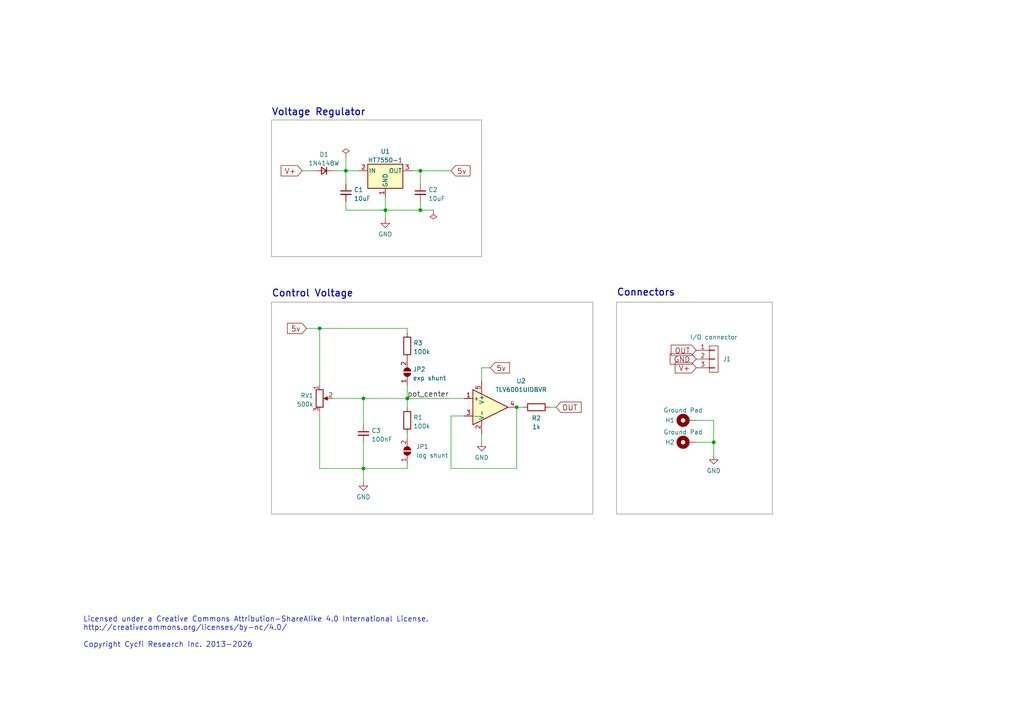
<source format=kicad_sch>
(kicad_sch (version 20250114) (generator "eeschema") (generator_version "9.0")
  (paper "A4")
  (title_block (title "CV Pot Big") (date "2026-02-15") (rev "v3.1") (company "Document Number: 2022005"))
  (lib_symbols
    (symbol "Device:C_Small" (pin_numbers (hide yes)) (pin_names (offset 0.254) (hide yes))
      (property "Reference" "C" (at 0.254 1.778 0))
      (property "Value" "C_Small" (at 0.254 -2.032 0))
      (symbol "C_Small_0_1"
        (polyline (pts (xy -1.524 0.508) (xy 1.524 0.508)) (stroke (width 0.3048)))
        (polyline (pts (xy -1.524 -0.508) (xy 1.524 -0.508)) (stroke (width 0.3302)))
      )
      (symbol "C_Small_1_1"
        (pin passive line (at 0 2.54 270) (length 2.032) (name "~") (number "1"))
        (pin passive line (at 0 -2.54 90) (length 2.032) (name "~") (number "2"))
      )
    )
    (symbol "Device:D_Small" (pin_numbers (hide yes)) (pin_names (offset 0.254) (hide yes))
      (property "Reference" "D" (at -1.27 2.032 0))
      (property "Value" "D_Small" (at -3.81 -2.032 0))
      (symbol "D_Small_0_1"
        (polyline (pts (xy -0.762 0) (xy 0.762 0)))
        (polyline (pts (xy -0.762 -1.016) (xy -0.762 1.016)) (stroke (width 0.254)))
        (polyline (pts (xy 0.762 -1.016) (xy -0.762 0) (xy 0.762 1.016) (xy 0.762 -1.016)) (stroke (width 0.254)))
      )
      (symbol "D_Small_1_1"
        (pin passive line (at -2.54 0 0) (length 1.778) (name "K") (number "1"))
        (pin passive line (at 2.54 0 180) (length 1.778) (name "A") (number "2"))
      )
    )
    (symbol "Device:R" (pin_numbers (hide yes)) (pin_names (offset 0))
      (property "Reference" "R" (at 2.032 0 90))
      (property "Value" "R" (at 0 0 90))
      (symbol "R_0_1"
        (rectangle (start -1.016 -2.54) (end 1.016 2.54) (stroke (width 0.254)))
      )
      (symbol "R_1_1"
        (pin passive line (at 0 3.81 270) (length 1.27) (name "~") (number "1"))
        (pin passive line (at 0 -3.81 90) (length 1.27) (name "~") (number "2"))
      )
    )
    (symbol "Device:R_Potentiometer" (pin_names (offset 1.016) (hide yes))
      (property "Reference" "RV" (at -4.445 0 90))
      (property "Value" "R_Potentiometer" (at -2.54 0 90))
      (symbol "R_Potentiometer_0_1"
        (rectangle (start 1.016 2.54) (end -1.016 -2.54) (stroke (width 0.254)))
        (polyline (pts (xy 1.143 0) (xy 2.286 0.508) (xy 2.286 -0.508) (xy 1.143 0)) (fill (type outline)))
        (polyline (pts (xy 2.54 0) (xy 1.524 0)))
      )
      (symbol "R_Potentiometer_1_1"
        (pin passive line (at 0 3.81 270) (length 1.27) (name "1") (number "1"))
        (pin passive line (at 0 -3.81 90) (length 1.27) (name "3") (number "3"))
        (pin passive line (at 3.81 0 180) (length 1.27) (name "2") (number "2"))
      )
    )
    (symbol "Jumper:SolderJumper_2_Open" (pin_names (offset 0) (hide yes))
      (property "Reference" "JP" (at 0 2.032 0))
      (property "Value" "SolderJumper_2_Open" (at 0 -2.54 0))
      (symbol "SolderJumper_2_Open_0_1"
        (polyline (pts (xy -0.254 1.016) (xy -0.254 -1.016)))
        (arc (start -0.254 -1.016) (mid -1.2655 0) (end -0.254 1.016))
        (arc (start -0.254 -1.016) (mid -1.2655 0) (end -0.254 1.016) (fill (type outline)))
        (arc (start 0.254 1.016) (mid 1.2655 0) (end 0.254 -1.016))
        (arc (start 0.254 1.016) (mid 1.2655 0) (end 0.254 -1.016) (fill (type outline)))
        (polyline (pts (xy 0.254 1.016) (xy 0.254 -1.016)))
      )
      (symbol "SolderJumper_2_Open_1_1"
        (pin passive line (at -3.81 0 0) (length 2.54) (name "A") (number "1"))
        (pin passive line (at 3.81 0 180) (length 2.54) (name "B") (number "2"))
      )
    )
    (symbol "Mechanical:MountingHole_Pad" (pin_numbers (hide yes)) (pin_names (offset 1.016) (hide yes))
      (property "Reference" "H" (at 0 6.35 0))
      (property "Value" "MountingHole_Pad" (at 0 4.445 0))
      (symbol "MountingHole_Pad_0_1"
        (circle (center 0 1.27) (radius 1.27) (stroke (width 1.27)))
      )
      (symbol "MountingHole_Pad_1_1"
        (pin input line (at 0 -2.54 90) (length 2.54) (name "1") (number "1"))
      )
    )
    (symbol "cycfi_library:conn_1x3" (pin_names (offset 1.016) (hide yes))
      (property "Reference" "J" (at 0 5.08 0))
      (property "Value" "conn_1x3" (at 2.54 0 90))
      (symbol "conn_1x3_0_1"
        (rectangle (start -1.27 3.81) (end 1.27 -3.81))
        (rectangle (start -1.27 2.667) (end 0.254 2.413))
        (rectangle (start -1.27 0.127) (end 0.254 -0.127))
        (rectangle (start -1.27 -2.413) (end 0.254 -2.667))
      )
      (symbol "conn_1x3_1_1"
        (pin passive line (at -5.08 2.54 0) (length 3.81) (name "P1") (number "1"))
        (pin passive line (at -5.08 0 0) (length 3.81) (name "P2") (number "2"))
        (pin passive line (at -5.08 -2.54 0) (length 3.81) (name "P3") (number "3"))
      )
    )
    (symbol "cycfi_library:opamp_dbv2" (pin_names (offset 0.127))
      (property "Reference" "U" (at -1.27 6.35 0))
      (property "Value" "opamp_dbv2" (at -1.27 3.81 0))
      (symbol "opamp_dbv2_0_1"
        (polyline (pts (xy -5.08 5.08) (xy 5.08 0) (xy -5.08 -5.08) (xy -5.08 5.08)) (stroke (width 0.254)) (fill (type background)))
        (pin power_in line (at -2.54 7.62 270) (length 3.81) (name "V+") (number "5"))
        (pin power_in line (at -2.54 -7.62 90) (length 3.81) (name "V-") (number "2"))
      )
      (symbol "opamp_dbv2_1_1"
        (pin input line (at -7.62 2.54 0) (length 2.54) (name "+") (number "1"))
        (pin input line (at -7.62 -2.54 0) (length 2.54) (name "-") (number "3"))
        (pin output line (at 7.62 0 180) (length 2.54) (name "~") (number "4"))
      )
    )
    (symbol "cycfi_library:sot89-3-gio" (pin_names (offset 0.254))
      (property "Reference" "U" (at -3.81 3.175 0))
      (property "Value" "sot89-3-gio" (at -0.635 3.175 0))
      (symbol "sot89-3-gio_0_1"
        (rectangle (start -5.08 1.905) (end 5.08 -5.08) (stroke (width 0.254)) (fill (type background)))
      )
      (symbol "sot89-3-gio_1_1"
        (pin power_in line (at -7.62 0 0) (length 2.54) (name "IN") (number "2"))
        (pin power_in line (at 0 -7.62 90) (length 2.54) (name "GND") (number "1"))
        (pin power_out line (at 7.62 0 180) (length 2.54) (name "OUT") (number "3"))
      )
    )
    (symbol "power:GND" (power) (pin_names (offset 0))
      (property "Value" "GND" (at 0 -3.81 0))
      (symbol "GND_0_1"
        (polyline (pts (xy 0 0) (xy 0 -1.27) (xy 1.27 -1.27) (xy 0 -2.54) (xy -1.27 -1.27) (xy 0 -1.27)))
      )
      (symbol "GND_1_1"
        (pin power_in line (at 0 0 270) (length 0) (hide yes) (name "GND") (number "1"))
      )
    )
    (symbol "power:PWR_FLAG" (power) (pin_numbers (hide yes)) (pin_names (offset 0) (hide yes))
      (property "Value" "PWR_FLAG" (at 0 3.81 0))
      (symbol "PWR_FLAG_0_0"
        (pin power_out line (at 0 0 90) (length 0) (name "pwr") (number "1"))
      )
      (symbol "PWR_FLAG_0_1"
        (polyline (pts (xy 0 0) (xy 0 1.27) (xy -1.016 1.905) (xy 0 2.54) (xy 1.016 1.905) (xy 0 1.27)))
      )
    )
  )
  (rectangle (start 78.74 34.798) (end 139.7 74.422) (stroke (width 0) (color 132 132 132 1)))
  (rectangle (start 178.816 87.63) (end 224.028 149.098) (stroke (width 0) (color 132 132 132 1)))
  (rectangle (start 78.74 87.63) (end 171.958 149.098) (stroke (width 0) (color 132 132 132 1)))
  (text "Connectors" (at 178.816 86.106 0) (effects (font (size 2 2) (thickness 0.3) (bold yes)) (justify left bottom)))
  (text "Licensed under a Creative Commons Attribution-ShareAlike 4.0 International License. \nhttp://creativecommons.org/licenses/by-nc/4.0/\n\nCopyright Cycfi Research Inc. 2013-2026" (at 24.13 187.96 0) (effects (font (size 1.524 1.524)) (justify left bottom)))
  (text "Voltage Regulator" (at 78.74 33.782 0) (effects (font (size 2 2) (thickness 0.3) (bold yes)) (justify left bottom)))
  (text "Control Voltage" (at 78.74 86.36 0) (effects (font (size 2 2) (thickness 0.3) (bold yes)) (justify left bottom)))
  (junction (at 207.01 128.27))
  (junction (at 92.71 95.25))
  (junction (at 111.76 60.96))
  (junction (at 121.92 49.53))
  (junction (at 105.41 135.89))
  (junction (at 100.33 49.53))
  (junction (at 121.92 60.96))
  (junction (at 118.11 115.57))
  (junction (at 105.41 115.57))
  (junction (at 149.86 118.11))
  (wire (pts (xy 201.93 121.92) (xy 207.01 121.92)))
  (wire (pts (xy 92.71 119.38) (xy 92.71 135.89)))
  (wire (pts (xy 100.33 49.53) (xy 104.14 49.53)))
  (wire (pts (xy 121.92 49.53) (xy 130.81 49.53)))
  (wire (pts (xy 130.81 135.89) (xy 149.86 135.89)))
  (wire (pts (xy 149.86 118.11) (xy 149.86 135.89)))
  (wire (pts (xy 118.11 134.62) (xy 118.11 135.89)))
  (wire (pts (xy 159.385 118.11) (xy 161.29 118.11)))
  (wire (pts (xy 92.71 95.25) (xy 118.11 95.25)))
  (wire (pts (xy 96.52 115.57) (xy 105.41 115.57)))
  (wire (pts (xy 92.71 95.25) (xy 92.71 111.76)))
  (wire (pts (xy 121.92 60.96) (xy 125.73 60.96)))
  (wire (pts (xy 121.92 49.53) (xy 121.92 53.34)))
  (wire (pts (xy 121.92 58.42) (xy 121.92 60.96)))
  (wire (pts (xy 139.7 125.73) (xy 139.7 128.27)))
  (wire (pts (xy 121.92 60.96) (xy 111.76 60.96)))
  (wire (pts (xy 207.01 121.92) (xy 207.01 128.27)))
  (wire (pts (xy 105.41 135.89) (xy 118.11 135.89)))
  (wire (pts (xy 118.11 111.76) (xy 118.11 115.57)))
  (wire (pts (xy 88.9 95.25) (xy 92.71 95.25)))
  (wire (pts (xy 105.41 135.89) (xy 105.41 139.7)))
  (wire (pts (xy 92.71 135.89) (xy 105.41 135.89)))
  (wire (pts (xy 100.33 45.72) (xy 100.33 49.53)))
  (wire (pts (xy 118.11 115.57) (xy 118.11 118.11)))
  (wire (pts (xy 119.38 49.53) (xy 121.92 49.53)))
  (wire (pts (xy 111.76 63.5) (xy 111.76 60.96)))
  (wire (pts (xy 118.11 115.57) (xy 134.62 115.57)))
  (wire (pts (xy 201.93 128.27) (xy 207.01 128.27)))
  (wire (pts (xy 207.01 128.27) (xy 207.01 132.08)))
  (wire (pts (xy 105.41 115.57) (xy 105.41 123.19)))
  (wire (pts (xy 96.52 49.53) (xy 100.33 49.53)))
  (wire (pts (xy 139.7 106.68) (xy 142.24 106.68)))
  (wire (pts (xy 105.41 115.57) (xy 118.11 115.57)))
  (wire (pts (xy 87.63 49.53) (xy 91.44 49.53)))
  (wire (pts (xy 105.41 128.27) (xy 105.41 135.89)))
  (wire (pts (xy 149.86 118.11) (xy 151.765 118.11)))
  (wire (pts (xy 130.81 120.65) (xy 130.81 135.89)))
  (wire (pts (xy 134.62 120.65) (xy 130.81 120.65)))
  (wire (pts (xy 100.33 49.53) (xy 100.33 53.34)))
  (wire (pts (xy 118.11 125.73) (xy 118.11 127)))
  (wire (pts (xy 100.33 58.42) (xy 100.33 60.96)))
  (wire (pts (xy 118.11 95.25) (xy 118.11 96.52)))
  (wire (pts (xy 139.7 110.49) (xy 139.7 106.68)))
  (wire (pts (xy 111.76 57.15) (xy 111.76 60.96)))
  (wire (pts (xy 100.33 60.96) (xy 111.76 60.96)))
  (label "pot_center" (at 118.11 115.57 0) (effects (font (size 1.524 1.524))))
  (global_label "OUT" (shape input) (at 201.93 101.6 180) (effects (font (size 1.524 1.524))) (property "Intersheetrefs" "${INTERSHEET_REFS}" (effects (hide yes))))
  (global_label "V+" (shape input) (at 201.93 106.68 180) (effects (font (size 1.524 1.524))) (property "Intersheetrefs" "${INTERSHEET_REFS}" (effects (hide yes))))
  (global_label "5v" (shape input) (at 88.9 95.25 180) (effects (font (size 1.524 1.524))) (property "Intersheetrefs" "${INTERSHEET_REFS}" (effects (hide yes))))
  (global_label "5v" (shape input) (at 142.24 106.68 0) (effects (font (size 1.524 1.524))) (property "Intersheetrefs" "${INTERSHEET_REFS}" (effects (hide yes))))
  (global_label "5v" (shape input) (at 130.81 49.53 0) (effects (font (size 1.524 1.524))) (property "Intersheetrefs" "${INTERSHEET_REFS}" (effects (hide yes))))
  (global_label "OUT" (shape input) (at 161.29 118.11 0) (effects (font (size 1.524 1.524))) (property "Intersheetrefs" "${INTERSHEET_REFS}" (effects (hide yes))))
  (global_label "GND" (shape input) (at 201.93 104.14 180) (effects (font (size 1.524 1.524))) (property "Intersheetrefs" "${INTERSHEET_REFS}" (effects (hide yes))))
  (global_label "V+" (shape input) (at 87.63 49.53 180) (effects (font (size 1.524 1.524))) (property "Intersheetrefs" "${INTERSHEET_REFS}" (effects (hide yes))))
  (symbol (lib_id "Jumper:SolderJumper_2_Open") (at 118.11 107.95 90) (unit 1)
    (property "Reference" "JP2" (at 119.761 107.1153 90) (effects (justify right)))
    (property "Value" "exp shunt" (at 119.761 109.6522 90) (effects (justify right)))
    (property "Footprint" "Jumper:SolderJumper-2_P1.3mm_Open_TrianglePad1.0x1.5mm" (effects (hide yes)))
  )
  (symbol (lib_id "Device:D_Small") (at 93.98 49.53 180) (unit 1)
    (property "Reference" "D1" (at 93.98 44.8142 0))
    (property "Value" "1N4148W" (at 93.98 47.3511 0))
    (property "Footprint" "Diode_SMD:D_SOD-123" (effects (hide yes)))
    (property "LCSC" "C81598" (effects (hide yes)))
  )
  (symbol (lib_id "power:GND") (at 111.76 63.5 0) (unit 1)
    (property "Reference" "#PWR02" (effects (hide yes)))
    (property "Value" "GND" (at 111.76 67.9434 0))
  )
  (symbol (lib_id "Device:R") (at 155.575 118.11 90) (unit 1)
    (property "Reference" "R2" (at 155.575 121.2881 90))
    (property "Value" "1k" (at 155.575 123.825 90))
    (property "Footprint" "Resistor_SMD:R_0402_1005Metric" (effects (hide yes)))
    (property "LCSC" "C11702" (effects (hide yes)))
  )
  (symbol (lib_id "power:GND") (at 139.7 128.27 0) (unit 1)
    (property "Reference" "#PWR05" (effects (hide yes)))
    (property "Value" "GND" (at 139.7 132.7134 0))
  )
  (symbol (lib_id "power:PWR_FLAG") (at 125.73 60.96 180) (unit 1)
    (property "Reference" "#FLG02" (effects (hide yes)))
    (property "Value" "PWR_FLAG" (effects (hide yes)))
  )
  (symbol (lib_id "power:GND") (at 105.41 139.7 0) (unit 1)
    (property "Reference" "#PWR01" (effects (hide yes)))
    (property "Value" "GND" (at 105.41 144.1434 0))
  )
  (symbol (lib_id "Device:R") (at 118.11 121.92 0) (unit 1)
    (property "Reference" "R1" (at 119.888 121.0853 0) (effects (justify left)))
    (property "Value" "100k" (at 119.888 123.6222 0) (effects (justify left)))
    (property "Footprint" "Resistor_SMD:R_0402_1005Metric" (effects (hide yes)))
    (property "LCSC" "C25741" (effects (hide yes)))
  )
  (symbol (lib_id "Device:R") (at 118.11 100.33 0) (unit 1)
    (property "Reference" "R3" (at 119.888 99.4953 0) (effects (justify left)))
    (property "Value" "100k" (at 119.888 102.0322 0) (effects (justify left)))
    (property "Footprint" "Resistor_SMD:R_0402_1005Metric" (effects (hide yes)))
    (property "LCSC" "C25741" (effects (hide yes)))
  )
  (symbol (lib_id "Device:C_Small") (at 100.33 55.88 0) (unit 1)
    (property "Reference" "C1" (at 102.6541 55.0516 0) (effects (justify left)))
    (property "Value" "10uF" (at 102.6541 57.5885 0) (effects (justify left)))
    (property "Footprint" "Capacitor_SMD:C_0805_2012Metric" (effects (hide yes)))
    (property "LCSC" "C15850" (effects (hide yes)))
  )
  (symbol (lib_id "Device:R_Potentiometer") (at 92.71 115.57 0) (unit 1)
    (property "Reference" "RV1" (at 90.9321 114.7353 0) (effects (justify right)))
    (property "Value" "500k" (at 90.9321 117.2722 0) (effects (justify right)))
    (property "Footprint" "cycfi_library:bourns_pdb241" (effects (hide yes)))
  )
  (symbol (lib_id "Device:C_Small") (at 121.92 55.88 0) (unit 1)
    (property "Reference" "C2" (at 124.2441 55.0516 0) (effects (justify left)))
    (property "Value" "10uF" (at 124.2441 57.5885 0) (effects (justify left)))
    (property "Footprint" "Capacitor_SMD:C_0805_2012Metric" (effects (hide yes)))
    (property "LCSC" "C15850" (effects (hide yes)))
  )
  (symbol (lib_id "Jumper:SolderJumper_2_Open") (at 118.11 130.81 90) (unit 1)
    (property "Reference" "JP1" (at 120.65 129.5399 90) (effects (justify right)))
    (property "Value" "log shunt" (at 120.65 132.0799 90) (effects (justify right)))
    (property "Footprint" "Jumper:SolderJumper-2_P1.3mm_Open_TrianglePad1.0x1.5mm" (effects (hide yes)))
  )
  (symbol (lib_id "cycfi_library:sot89-3-gio") (at 111.76 49.53 0) (unit 1)
    (property "Reference" "U1" (at 111.76 43.9252 0))
    (property "Value" "HT7550-1" (at 111.76 46.4621 0))
    (property "Footprint" "Package_TO_SOT_SMD:SOT-89-3" (effects (hide yes)))
    (property "LCSC" "C16106" (effects (hide yes)))
  )
  (symbol (lib_id "Mechanical:MountingHole_Pad") (at 199.39 121.92 90) (unit 1)
    (property "Reference" "H1" (at 194.31 121.92 90))
    (property "Value" "Ground Pad" (at 198.12 118.9791 90))
    (property "Footprint" "cycfi_library:single-pad-2x2-circular" (effects (hide yes)))
  )
  (symbol (lib_id "Mechanical:MountingHole_Pad") (at 199.39 128.27 90) (unit 1)
    (property "Reference" "H2" (at 194.31 128.27 90))
    (property "Value" "Ground Pad" (at 198.12 125.3291 90))
    (property "Footprint" "cycfi_library:single-pad-2x2-circular" (effects (hide yes)))
  )
  (symbol (lib_id "power:PWR_FLAG") (at 100.33 45.72 0) (unit 1)
    (property "Reference" "#FLG01" (effects (hide yes)))
    (property "Value" "PWR_FLAG" (effects (hide yes)))
  )
  (symbol (lib_id "cycfi_library:conn_1x3") (at 207.01 104.14 0) (unit 1)
    (property "Reference" "J1" (at 210.82 104.14 0))
    (property "Value" "I/O connector" (at 207.01 97.7869 0))
    (property "Footprint" "cycfi_library:pin_header_1x3p_2.54mm_smd_horizontal" (effects (hide yes)))
  )
  (symbol (lib_id "Device:C_Small") (at 105.41 125.73 0) (unit 1)
    (property "Reference" "C3" (at 107.7341 124.9016 0) (effects (justify left)))
    (property "Value" "100nF" (at 107.7341 127.4385 0) (effects (justify left)))
    (property "Footprint" "Capacitor_SMD:C_0402_1005Metric" (effects (hide yes)))
    (property "LCSC" "C307331" (effects (hide yes)))
  )
  (symbol (lib_id "cycfi_library:opamp_dbv2") (at 142.24 118.11 0) (unit 1)
    (property "Reference" "U2" (at 151.13 110.49 0))
    (property "Value" "TLV6001UIDBVR" (at 151.13 113.0269 0))
    (property "Footprint" "Package_TO_SOT_SMD:SOT-23-5" (effects (hide yes)))
  )
  (symbol (lib_id "power:GND") (at 207.01 132.08 0) (unit 1)
    (property "Reference" "#PWR03" (effects (hide yes)))
    (property "Value" "GND" (at 207.01 136.5234 0))
  )
)
</source>
